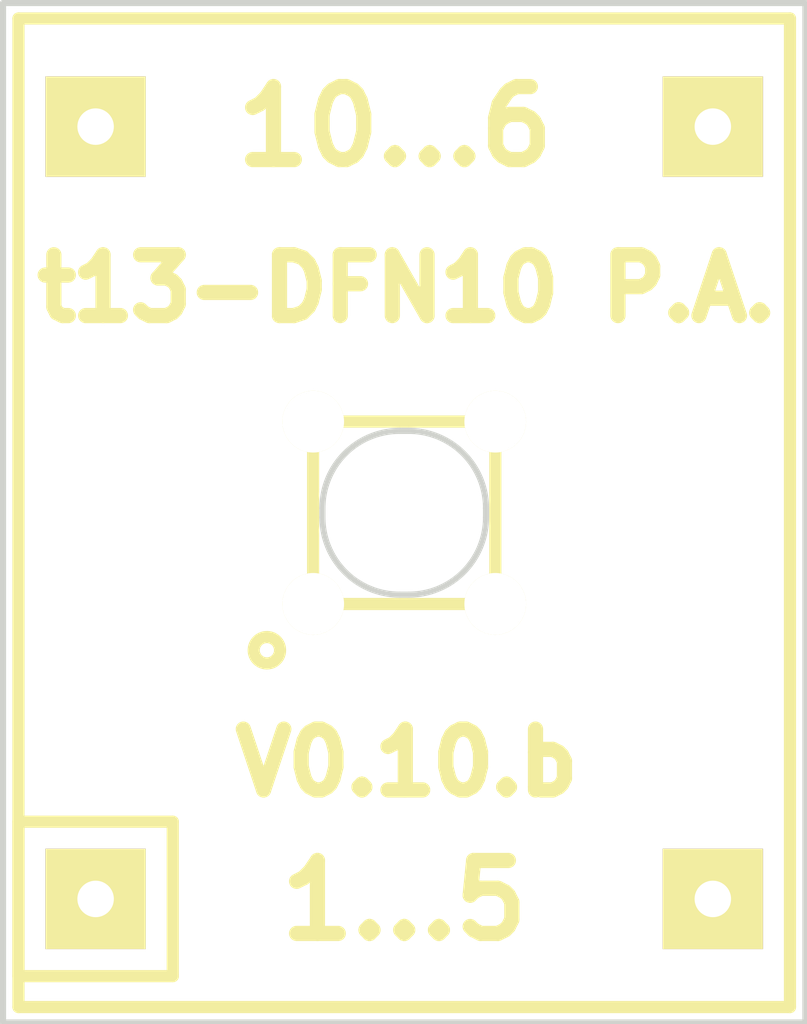
<source format=kicad_pcb>
(kicad_pcb (version 3) (host pcbnew "(2014-03-14 BZR 4750)-product")

  (general
    (links 0)
    (no_connects 0)
    (area 139.15099 91.5068 153.96501 110.7312)
    (thickness 1.6)
    (drawings 22)
    (tracks 0)
    (zones 0)
    (modules 9)
    (nets 1)
  )

  (page A4)
  (title_block
    (title "ATtiny13 DFN10 programming adapter - alignment board")
    (date "17 Mar 2014")
    (rev 0.10.b)
    (company "2014 - blog.spitzenpfeil.org")
  )

  (layers
    (15 F.Cu signal)
    (0 B.Cu signal)
    (20 B.SilkS user)
    (21 F.SilkS user)
    (22 B.Mask user)
    (23 F.Mask user)
    (28 Edge.Cuts user)
  )

  (setup
    (last_trace_width 0.254)
    (trace_clearance 0.2032)
    (zone_clearance 0.508)
    (zone_45_only no)
    (trace_min 0.254)
    (segment_width 0.2)
    (edge_width 0.1)
    (via_size 0.889)
    (via_drill 0.508)
    (via_min_size 0.889)
    (via_min_drill 0.508)
    (uvia_size 0.508)
    (uvia_drill 0.127)
    (uvias_allowed no)
    (uvia_min_size 0.508)
    (uvia_min_drill 0.127)
    (pcb_text_width 0.3)
    (pcb_text_size 1.5 1.5)
    (mod_edge_width 0.2)
    (mod_text_size 1 1)
    (mod_text_width 0.15)
    (pad_size 1.65 1.65)
    (pad_drill 0.6)
    (pad_to_mask_clearance 0)
    (aux_axis_origin 0 0)
    (visible_elements FFFFFF7F)
    (pcbplotparams
      (layerselection 284196865)
      (usegerberextensions true)
      (excludeedgelayer true)
      (linewidth 0.150000)
      (plotframeref false)
      (viasonmask false)
      (mode 1)
      (useauxorigin false)
      (hpglpennumber 1)
      (hpglpenspeed 20)
      (hpglpendiameter 15)
      (hpglpenoverlay 2)
      (psnegative false)
      (psa4output false)
      (plotreference true)
      (plotvalue true)
      (plotothertext true)
      (plotinvisibletext false)
      (padsonsilk false)
      (subtractmaskfromsilk true)
      (outputformat 1)
      (mirror false)
      (drillshape 0)
      (scaleselection 1)
      (outputdirectory gerber_files/))
  )

  (net 0 "")

  (net_class Default "This is the default net class."
    (clearance 0.2032)
    (trace_width 0.254)
    (via_dia 0.889)
    (via_drill 0.508)
    (uvia_dia 0.508)
    (uvia_drill 0.127)
  )

  (module my_parts:MADW__SIL-1 (layer F.Cu) (tedit 53272EA1) (tstamp 53270B35)
    (at 151.638 107.442)
    (descr "Connecteurs 2 pins")
    (tags "CONN DEV")
    (fp_text reference P? (at 0 -2.032) (layer F.SilkS) hide
      (effects (font (size 1 1) (thickness 0.2)))
    )
    (fp_text value VAL** (at 0 2.286) (layer F.SilkS) hide
      (effects (font (size 1 1) (thickness 0.2)))
    )
    (pad 1 thru_hole rect (at 0 0) (size 1.65 1.65) (drill 0.6) (layers *.Cu *.Mask F.SilkS))
  )

  (module my_parts:MADW__SIL-1 (layer F.Cu) (tedit 53272E9C) (tstamp 53270B25)
    (at 151.638 94.742)
    (descr "Connecteurs 2 pins")
    (tags "CONN DEV")
    (fp_text reference P? (at 0 -2.032) (layer F.SilkS) hide
      (effects (font (size 1 1) (thickness 0.2)))
    )
    (fp_text value VAL** (at 0 2.286) (layer F.SilkS) hide
      (effects (font (size 1 1) (thickness 0.2)))
    )
    (pad 1 thru_hole rect (at 0 0) (size 1.65 1.65) (drill 0.6) (layers *.Cu *.Mask F.SilkS))
  )

  (module my_parts:MADW__SIL-1 (layer F.Cu) (tedit 53272E97) (tstamp 53270B1D)
    (at 141.478 94.742)
    (descr "Connecteurs 2 pins")
    (tags "CONN DEV")
    (fp_text reference P? (at 0 -2.032) (layer F.SilkS) hide
      (effects (font (size 1 1) (thickness 0.2)))
    )
    (fp_text value VAL** (at 0 2.286) (layer F.SilkS) hide
      (effects (font (size 1 1) (thickness 0.2)))
    )
    (pad 1 thru_hole rect (at 0 0) (size 1.65 1.65) (drill 0.6) (layers *.Cu *.Mask F.SilkS))
  )

  (module my_parts:MADW__SIL-1 (layer F.Cu) (tedit 53270332) (tstamp 53270EE7)
    (at 145.0594 102.5906)
    (descr "Connecteurs 2 pins")
    (tags "CONN DEV")
    (fp_text reference P? (at 0 -2.032) (layer F.SilkS) hide
      (effects (font (size 1 1) (thickness 0.2)))
    )
    (fp_text value VAL** (at 0 2.286) (layer F.SilkS) hide
      (effects (font (size 1 1) (thickness 0.2)))
    )
    (pad "" np_thru_hole circle (at 0 0) (size 1.016 1.016) (drill 1.016) (layers *.Cu *.Mask F.SilkS))
  )

  (module my_parts:MADW__SIL-1 (layer F.Cu) (tedit 53270332) (tstamp 53270EE3)
    (at 148.0566 102.5906)
    (descr "Connecteurs 2 pins")
    (tags "CONN DEV")
    (fp_text reference P? (at 0 -2.032) (layer F.SilkS) hide
      (effects (font (size 1 1) (thickness 0.2)))
    )
    (fp_text value VAL** (at 0 2.286) (layer F.SilkS) hide
      (effects (font (size 1 1) (thickness 0.2)))
    )
    (pad "" np_thru_hole circle (at 0 0) (size 1.016 1.016) (drill 1.016) (layers *.Cu *.Mask F.SilkS))
  )

  (module my_parts:MADW__SIL-1 (layer F.Cu) (tedit 53270332) (tstamp 53270EDF)
    (at 148.0566 99.5934)
    (descr "Connecteurs 2 pins")
    (tags "CONN DEV")
    (fp_text reference P? (at 0 -2.032) (layer F.SilkS) hide
      (effects (font (size 1 1) (thickness 0.2)))
    )
    (fp_text value VAL** (at 0 2.286) (layer F.SilkS) hide
      (effects (font (size 1 1) (thickness 0.2)))
    )
    (pad "" np_thru_hole circle (at 0 0) (size 1.016 1.016) (drill 1.016) (layers *.Cu *.Mask F.SilkS))
  )

  (module my_parts:MADW__SIL-1 (layer F.Cu) (tedit 53270332) (tstamp 53270E17)
    (at 145.0594 99.5934)
    (descr "Connecteurs 2 pins")
    (tags "CONN DEV")
    (fp_text reference P? (at 0 -2.032) (layer F.SilkS) hide
      (effects (font (size 1 1) (thickness 0.2)))
    )
    (fp_text value VAL** (at 0 2.286) (layer F.SilkS) hide
      (effects (font (size 1 1) (thickness 0.2)))
    )
    (pad "" np_thru_hole circle (at 0 0) (size 1.016 1.016) (drill 1.016) (layers *.Cu *.Mask F.SilkS))
  )

  (module my_parts:MADW__MLF10 (layer F.Cu) (tedit 53270302) (tstamp 53270B07)
    (at 146.558 101.092 90)
    (path /5326F946)
    (attr smd)
    (fp_text reference P3 (at 0 -2.9 90) (layer F.SilkS) hide
      (effects (font (size 1 1) (thickness 0.2)))
    )
    (fp_text value DFN10 (at 0 3.3 90) (layer F.SilkS) hide
      (effects (font (size 1 1) (thickness 0.2)))
    )
    (fp_line (start -1.5 -1.5) (end 1.5 -1.5) (layer F.SilkS) (width 0.2))
    (fp_line (start 1.5 -1.5) (end 1.5 1.5) (layer F.SilkS) (width 0.2))
    (fp_line (start 1.5 1.5) (end -1.5 1.5) (layer F.SilkS) (width 0.2))
    (fp_line (start -1.5 1.5) (end -1.5 -1.5) (layer F.SilkS) (width 0.2))
  )

  (module my_parts:MADW__SIL-1 (layer F.Cu) (tedit 53272EA6) (tstamp 53270B2D)
    (at 141.478 107.442)
    (descr "Connecteurs 2 pins")
    (tags "CONN DEV")
    (fp_text reference P? (at 0 -2.032) (layer F.SilkS) hide
      (effects (font (size 1 1) (thickness 0.2)))
    )
    (fp_text value VAL** (at 0 2.286) (layer F.SilkS) hide
      (effects (font (size 1 1) (thickness 0.2)))
    )
    (fp_line (start -1.27 1.27) (end 1.27 1.27) (layer F.SilkS) (width 0.2))
    (fp_line (start -1.27 -1.27) (end 1.27 -1.27) (layer F.SilkS) (width 0.2))
    (fp_line (start 1.27 -1.27) (end 1.27 1.27) (layer F.SilkS) (width 0.2))
    (fp_line (start -1.27 1.27) (end -1.27 -1.27) (layer F.SilkS) (width 0.2))
    (pad 1 thru_hole rect (at 0 0) (size 1.65 1.65) (drill 0.6) (layers *.Cu *.Mask F.SilkS))
  )

  (gr_line (start 145.2118 101.0158) (end 145.2118 101.1682) (angle 90) (layer Edge.Cuts) (width 0.1))
  (gr_line (start 146.4818 102.4382) (end 146.6342 102.4382) (angle 90) (layer Edge.Cuts) (width 0.1))
  (gr_line (start 147.9042 101.0158) (end 147.9042 101.1682) (angle 90) (layer Edge.Cuts) (width 0.1))
  (gr_line (start 146.4818 99.7458) (end 146.6342 99.7458) (angle 90) (layer Edge.Cuts) (width 0.1))
  (gr_arc (start 146.4818 101.1682) (end 146.4818 102.4382) (angle 90) (layer Edge.Cuts) (width 0.1))
  (gr_arc (start 146.6342 101.1682) (end 147.9042 101.1682) (angle 90) (layer Edge.Cuts) (width 0.1))
  (gr_arc (start 146.6342 101.0158) (end 146.6342 99.7458) (angle 90) (layer Edge.Cuts) (width 0.1))
  (gr_arc (start 146.4818 101.0158) (end 145.2118 101.0158) (angle 90) (layer Edge.Cuts) (width 0.1))
  (gr_line (start 148.0566 99.5934) (end 148.0566 99.568) (angle 90) (layer Eco1.User) (width 0.2))
  (gr_text V0.10.b (at 146.6 105.2) (layer F.SilkS)
    (effects (font (size 1 1) (thickness 0.25)))
  )
  (gr_text 10...6 (at 146.4056 94.742) (layer F.SilkS) (tstamp 532714B7)
    (effects (font (size 1.2 1.2) (thickness 0.25)))
  )
  (gr_text 1...5 (at 146.558 107.4674) (layer F.SilkS)
    (effects (font (size 1.2 1.2) (thickness 0.25)))
  )
  (gr_circle (center 144.2974 103.3526) (end 144.5006 103.4288) (layer F.SilkS) (width 0.2))
  (gr_line (start 139.954 109.474) (end 139.954 92.71) (angle 90) (layer Edge.Cuts) (width 0.1))
  (gr_line (start 153.162 109.474) (end 139.954 109.474) (angle 90) (layer Edge.Cuts) (width 0.1))
  (gr_line (start 153.162 92.71) (end 153.162 109.474) (angle 90) (layer Edge.Cuts) (width 0.1))
  (gr_line (start 139.954 92.71) (end 153.162 92.71) (angle 90) (layer Edge.Cuts) (width 0.1))
  (gr_text "t13-DFN10 P.A." (at 146.6 97.4) (layer F.SilkS)
    (effects (font (size 1 1) (thickness 0.25)))
  )
  (gr_line (start 140.208 92.964) (end 152.908 92.964) (angle 90) (layer F.SilkS) (width 0.2) (tstamp 53270B50))
  (gr_line (start 152.908 92.964) (end 152.908 109.22) (angle 90) (layer F.SilkS) (width 0.2) (tstamp 53270B4F))
  (gr_line (start 152.908 109.22) (end 140.208 109.22) (angle 90) (layer F.SilkS) (width 0.2) (tstamp 53270B4E))
  (gr_line (start 140.208 109.22) (end 140.208 92.964) (angle 90) (layer F.SilkS) (width 0.2) (tstamp 53270B4D))

)

</source>
